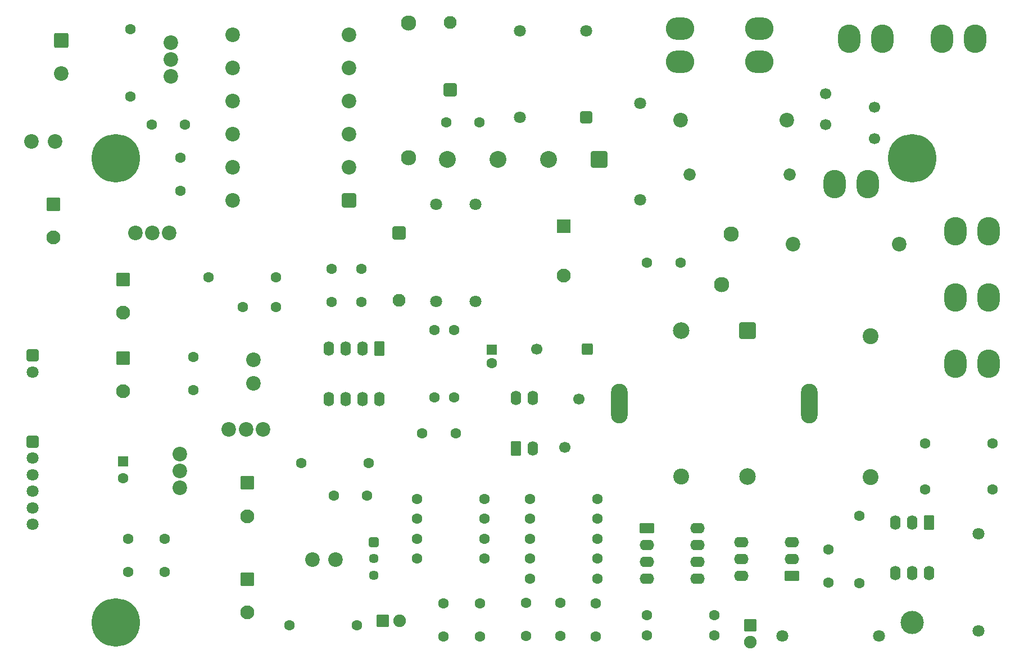
<source format=gbr>
%TF.GenerationSoftware,KiCad,Pcbnew,9.0.7*%
%TF.CreationDate,2026-02-04T14:48:23+09:00*%
%TF.ProjectId,POWER_BD_NV2,504f5745-525f-4424-945f-4e56322e6b69,rev?*%
%TF.SameCoordinates,Original*%
%TF.FileFunction,Soldermask,Bot*%
%TF.FilePolarity,Negative*%
%FSLAX46Y46*%
G04 Gerber Fmt 4.6, Leading zero omitted, Abs format (unit mm)*
G04 Created by KiCad (PCBNEW 9.0.7) date 2026-02-04 14:48:23*
%MOMM*%
%LPD*%
G01*
G04 APERTURE LIST*
G04 Aperture macros list*
%AMRoundRect*
0 Rectangle with rounded corners*
0 $1 Rounding radius*
0 $2 $3 $4 $5 $6 $7 $8 $9 X,Y pos of 4 corners*
0 Add a 4 corners polygon primitive as box body*
4,1,4,$2,$3,$4,$5,$6,$7,$8,$9,$2,$3,0*
0 Add four circle primitives for the rounded corners*
1,1,$1+$1,$2,$3*
1,1,$1+$1,$4,$5*
1,1,$1+$1,$6,$7*
1,1,$1+$1,$8,$9*
0 Add four rect primitives between the rounded corners*
20,1,$1+$1,$2,$3,$4,$5,0*
20,1,$1+$1,$4,$5,$6,$7,0*
20,1,$1+$1,$6,$7,$8,$9,0*
20,1,$1+$1,$8,$9,$2,$3,0*%
G04 Aperture macros list end*
%ADD10O,3.400000X4.300000*%
%ADD11RoundRect,0.250000X0.550000X-0.850000X0.550000X0.850000X-0.550000X0.850000X-0.550000X-0.850000X0*%
%ADD12O,1.600000X2.200000*%
%ADD13C,1.850000*%
%ADD14C,1.600000*%
%ADD15C,2.200000*%
%ADD16RoundRect,0.262500X-0.787500X0.787500X-0.787500X-0.787500X0.787500X-0.787500X0.787500X0.787500X0*%
%ADD17C,2.100000*%
%ADD18RoundRect,0.297872X0.962128X0.962128X-0.962128X0.962128X-0.962128X-0.962128X0.962128X-0.962128X0*%
%ADD19C,2.540000*%
%ADD20RoundRect,0.216000X-0.684000X0.684000X-0.684000X-0.684000X0.684000X-0.684000X0.684000X0.684000X0*%
%ADD21C,1.800000*%
%ADD22C,1.700000*%
%ADD23RoundRect,0.250000X-0.550000X0.550000X-0.550000X-0.550000X0.550000X-0.550000X0.550000X0.550000X0*%
%ADD24RoundRect,0.250000X-0.600000X-0.600000X0.600000X-0.600000X0.600000X0.600000X-0.600000X0.600000X0*%
%ADD25RoundRect,0.366667X0.733333X-0.733333X0.733333X0.733333X-0.733333X0.733333X-0.733333X-0.733333X0*%
%ADD26C,2.400000*%
%ADD27RoundRect,0.250000X-0.475000X0.475000X-0.475000X-0.475000X0.475000X-0.475000X0.475000X0.475000X0*%
%ADD28C,1.450000*%
%ADD29C,3.500000*%
%ADD30RoundRect,0.250000X-0.800000X0.800000X-0.800000X-0.800000X0.800000X-0.800000X0.800000X0.800000X0*%
%ADD31C,7.300000*%
%ADD32O,4.300000X3.400000*%
%ADD33RoundRect,0.250000X0.650000X-0.650000X0.650000X0.650000X-0.650000X0.650000X-0.650000X-0.650000X0*%
%ADD34C,2.300000*%
%ADD35C,1.950000*%
%ADD36RoundRect,0.243750X-0.731250X0.731250X-0.731250X-0.731250X0.731250X-0.731250X0.731250X0.731250X0*%
%ADD37RoundRect,0.260417X0.989583X0.989583X-0.989583X0.989583X-0.989583X-0.989583X0.989583X-0.989583X0*%
%ADD38C,2.500000*%
%ADD39O,2.500000X6.000000*%
%ADD40RoundRect,0.250000X-0.550000X0.850000X-0.550000X-0.850000X0.550000X-0.850000X0.550000X0.850000X0*%
%ADD41C,1.900000*%
%ADD42RoundRect,0.237500X0.712500X0.712500X-0.712500X0.712500X-0.712500X-0.712500X0.712500X-0.712500X0*%
%ADD43RoundRect,0.229167X-0.870833X0.870833X-0.870833X-0.870833X0.870833X-0.870833X0.870833X0.870833X0*%
%ADD44RoundRect,0.243750X0.731250X-0.731250X0.731250X0.731250X-0.731250X0.731250X-0.731250X-0.731250X0*%
%ADD45RoundRect,0.250000X-0.850000X-0.550000X0.850000X-0.550000X0.850000X0.550000X-0.850000X0.550000X0*%
%ADD46O,2.200000X1.600000*%
%ADD47RoundRect,0.250000X0.850000X0.550000X-0.850000X0.550000X-0.850000X-0.550000X0.850000X-0.550000X0*%
%ADD48RoundRect,0.237500X0.712500X-0.712500X0.712500X0.712500X-0.712500X0.712500X-0.712500X-0.712500X0*%
G04 APERTURE END LIST*
D10*
%TO.C,ACL2*%
X131500000Y93000000D03*
X126500000Y93000000D03*
%TD*%
%TO.C,ACN2*%
X145500000Y93000000D03*
X140500000Y93000000D03*
%TD*%
D11*
%TO.C,U3*%
X76330000Y31175000D03*
D12*
X78870000Y31175000D03*
X78870000Y38795000D03*
X76330000Y38795000D03*
%TD*%
D13*
%TO.C,C3*%
X102500000Y72500000D03*
X117500000Y72500000D03*
%TD*%
D14*
%TO.C,R2*%
X137920000Y25000000D03*
X148080000Y25000000D03*
%TD*%
D15*
%TO.C,L3*%
X49150000Y14400000D03*
X45650000Y14400000D03*
%TD*%
D14*
%TO.C,R23*%
X96020000Y6100000D03*
X106180000Y6100000D03*
%TD*%
%TO.C,C18*%
X53900000Y24100000D03*
X48900000Y24100000D03*
%TD*%
D15*
%TO.C,C33*%
X117100000Y80700000D03*
X101100000Y80700000D03*
%TD*%
%TO.C,U6*%
X25700000Y25260000D03*
X25700000Y27800000D03*
X25700000Y30340000D03*
%TD*%
D14*
%TO.C,C13*%
X82987500Y2900000D03*
X82987500Y7900000D03*
%TD*%
D16*
%TO.C,C21*%
X17100000Y56700000D03*
D17*
X17100000Y51700000D03*
%TD*%
D15*
%TO.C,D6*%
X18950000Y63700000D03*
X21500000Y63700000D03*
X24050000Y63700000D03*
%TD*%
D14*
%TO.C,C6*%
X48500000Y58300000D03*
X48500000Y53300000D03*
%TD*%
D18*
%TO.C,D1*%
X88830000Y74800000D03*
D19*
X81210000Y74800000D03*
X73590000Y74800000D03*
X65970000Y74800000D03*
%TD*%
D20*
%TO.C,J2*%
X3500000Y32250000D03*
D21*
X3500000Y29750000D03*
X3500000Y27250000D03*
X3500000Y24750000D03*
X3500000Y22250000D03*
X3500000Y19750000D03*
%TD*%
D14*
%TO.C,R20*%
X71580000Y17600000D03*
X61420000Y17600000D03*
%TD*%
%TO.C,C15*%
X70900000Y2825000D03*
X70900000Y7825000D03*
%TD*%
D22*
%TO.C,C2*%
X130285000Y77950000D03*
X122965000Y80050000D03*
%TD*%
D21*
%TO.C,R4*%
X64237500Y53400000D03*
X64237500Y68000000D03*
%TD*%
D23*
%TO.C,C10*%
X72700000Y46100000D03*
D14*
X72700000Y44100000D03*
%TD*%
%TO.C,R21*%
X96020000Y3000000D03*
X106180000Y3000000D03*
%TD*%
D22*
%TO.C,D4*%
X79390000Y46200000D03*
D24*
X87010000Y46200000D03*
%TD*%
D14*
%TO.C,C7*%
X65800000Y80400000D03*
X70800000Y80400000D03*
%TD*%
%TO.C,C16*%
X21400000Y80100000D03*
X26400000Y80100000D03*
%TD*%
D25*
%TO.C,T2*%
X51150000Y68600000D03*
D15*
X51150000Y73600000D03*
X51150000Y78600000D03*
X51150000Y83600000D03*
X51150000Y88600000D03*
X51150000Y93600000D03*
X33650000Y93600000D03*
X33650000Y88600000D03*
X33650000Y83600000D03*
X33650000Y78600000D03*
X33650000Y73600000D03*
X33650000Y68600000D03*
%TD*%
D26*
%TO.C,C31*%
X129700000Y26900000D03*
X129700000Y48100000D03*
%TD*%
D14*
%TO.C,R10*%
X78420000Y11600000D03*
X88580000Y11600000D03*
%TD*%
%TO.C,R11*%
X78420000Y17600000D03*
X88580000Y17600000D03*
%TD*%
D21*
%TO.C,R25*%
X146000000Y18300000D03*
X146000000Y3700000D03*
%TD*%
D15*
%TO.C,C32*%
X118000000Y62000000D03*
X134000000Y62000000D03*
%TD*%
%TO.C,L2*%
X36800000Y44550000D03*
X36800000Y41050000D03*
%TD*%
%TO.C,L1*%
X3350000Y77500000D03*
X6850000Y77500000D03*
%TD*%
D14*
%TO.C,C9*%
X62200000Y33500000D03*
X67200000Y33500000D03*
%TD*%
D21*
%TO.C,R3*%
X70200000Y53400000D03*
X70200000Y68000000D03*
%TD*%
D14*
%TO.C,R15*%
X30020000Y57000000D03*
X40180000Y57000000D03*
%TD*%
%TO.C,C28*%
X23400000Y12600000D03*
X23400000Y17600000D03*
%TD*%
D16*
%TO.C,C24*%
X17100000Y44800000D03*
D17*
X17100000Y39800000D03*
%TD*%
D14*
%TO.C,R19*%
X61420000Y20600000D03*
X71580000Y20600000D03*
%TD*%
D27*
%TO.C,VR1*%
X54875000Y17100000D03*
D28*
X54875000Y14600000D03*
X54875000Y12100000D03*
%TD*%
D29*
%TO.C,H4*%
X136000000Y5000000D03*
%TD*%
D14*
%TO.C,C30*%
X17900000Y12600000D03*
X17900000Y17600000D03*
%TD*%
D30*
%TO.C,C4*%
X83500000Y64750000D03*
D17*
X83500000Y57250000D03*
%TD*%
D14*
%TO.C,R12*%
X88580000Y20600000D03*
X78420000Y20600000D03*
%TD*%
%TO.C,C26*%
X25750000Y75100000D03*
X25750000Y70100000D03*
%TD*%
%TO.C,R7*%
X64000000Y49080000D03*
X64000000Y38920000D03*
%TD*%
%TO.C,R17*%
X71580000Y14600000D03*
X61420000Y14600000D03*
%TD*%
D15*
%TO.C,D5*%
X24300000Y92450000D03*
X24300000Y89900000D03*
X24300000Y87350000D03*
%TD*%
D14*
%TO.C,R22*%
X52380000Y4500000D03*
X42220000Y4500000D03*
%TD*%
D10*
%TO.C,FG1*%
X124300000Y71100000D03*
X129300000Y71100000D03*
%TD*%
D15*
%TO.C,D7*%
X33075000Y34100000D03*
X35625000Y34100000D03*
X38175000Y34100000D03*
%TD*%
D14*
%TO.C,C17*%
X40125000Y52500000D03*
X35125000Y52500000D03*
%TD*%
D31*
%TO.C,H2*%
X16000000Y75000000D03*
%TD*%
D32*
%TO.C,ACN1*%
X101000000Y89500000D03*
X101000000Y94500000D03*
%TD*%
D14*
%TO.C,R13*%
X88580000Y23600000D03*
X78420000Y23600000D03*
%TD*%
D23*
%TO.C,C29*%
X17100000Y29250000D03*
D14*
X17100000Y26750000D03*
%TD*%
%TO.C,R6*%
X128000000Y10920000D03*
X128000000Y21080000D03*
%TD*%
D31*
%TO.C,H3*%
X16000000Y5000000D03*
%TD*%
D14*
%TO.C,R16*%
X54080000Y29000000D03*
X43920000Y29000000D03*
%TD*%
D33*
%TO.C,LF1*%
X86900000Y81200000D03*
D21*
X86900000Y94200000D03*
X76900000Y94200000D03*
X76900000Y81200000D03*
%TD*%
D31*
%TO.C,H1*%
X136000000Y75000000D03*
%TD*%
D14*
%TO.C,R8*%
X67000000Y38920000D03*
X67000000Y49080000D03*
%TD*%
%TO.C,C27*%
X27700000Y40000000D03*
X27700000Y45000000D03*
%TD*%
D34*
%TO.C,RV1*%
X108750000Y63510000D03*
X107250000Y55890000D03*
%TD*%
D35*
%TO.C,D2*%
X66400000Y95480000D03*
D36*
X66400000Y85320000D03*
%TD*%
D22*
%TO.C,C1*%
X122955000Y84750000D03*
X130275000Y82650000D03*
%TD*%
D37*
%TO.C,T1*%
X111200000Y49000000D03*
D38*
X101200000Y49000000D03*
D26*
X101200000Y27000000D03*
D38*
X111200000Y27000000D03*
D39*
X91900000Y38000000D03*
X120500000Y38000000D03*
%TD*%
D14*
%TO.C,C8*%
X123400000Y15975000D03*
X123400000Y10975000D03*
%TD*%
D34*
%TO.C,R5*%
X60100000Y75040000D03*
X60100000Y95360000D03*
%TD*%
D32*
%TO.C,ACL1*%
X113000000Y89500000D03*
X113000000Y94500000D03*
%TD*%
D10*
%TO.C,A1*%
X142500000Y54000000D03*
X147500000Y54000000D03*
%TD*%
D40*
%TO.C,U2*%
X138540000Y20010000D03*
D12*
X136000000Y20010000D03*
X133460000Y20010000D03*
X133460000Y12390000D03*
X136000000Y12390000D03*
X138540000Y12390000D03*
%TD*%
D14*
%TO.C,R9*%
X78420000Y14600000D03*
X88580000Y14600000D03*
%TD*%
D10*
%TO.C,G1*%
X142500000Y44000000D03*
X147500000Y44000000D03*
%TD*%
D21*
%TO.C,R24*%
X116400000Y2900000D03*
X131000000Y2900000D03*
%TD*%
D10*
%TO.C,A2*%
X142500000Y64000000D03*
X147500000Y64000000D03*
%TD*%
D14*
%TO.C,F2*%
X101140000Y59200000D03*
X96060000Y59200000D03*
%TD*%
%TO.C,R14*%
X18200000Y94455000D03*
X18200000Y84295000D03*
%TD*%
D16*
%TO.C,C23*%
X6600000Y68000000D03*
D17*
X6600000Y63000000D03*
%TD*%
D41*
%TO.C,LED2*%
X58770000Y5200000D03*
D42*
X56230000Y5200000D03*
%TD*%
D43*
%TO.C,C20*%
X7800000Y92800000D03*
D15*
X7800000Y87800000D03*
%TD*%
D21*
%TO.C,R1*%
X95000000Y68700000D03*
X95000000Y83300000D03*
%TD*%
D35*
%TO.C,D3*%
X58725000Y53570000D03*
D44*
X58725000Y63730000D03*
%TD*%
D16*
%TO.C,C25*%
X35800000Y11500000D03*
D17*
X35800000Y6500000D03*
%TD*%
D45*
%TO.C,U4*%
X95990000Y19210000D03*
D46*
X95990000Y16670000D03*
X95990000Y14130000D03*
X95990000Y11590000D03*
X103610000Y11590000D03*
X103610000Y14130000D03*
X103610000Y16670000D03*
X103610000Y19210000D03*
%TD*%
D47*
%TO.C,U5*%
X117910000Y11960000D03*
D46*
X117910000Y14500000D03*
X117910000Y17040000D03*
X110290000Y17040000D03*
X110290000Y14500000D03*
X110290000Y11960000D03*
%TD*%
D14*
%TO.C,C11*%
X77800000Y2900000D03*
X77800000Y7900000D03*
%TD*%
%TO.C,C5*%
X53000000Y58300000D03*
X53000000Y53300000D03*
%TD*%
D20*
%TO.C,J3*%
X3500000Y45250000D03*
D21*
X3500000Y42750000D03*
%TD*%
D14*
%TO.C,R18*%
X71580000Y23600000D03*
X61420000Y23600000D03*
%TD*%
D40*
%TO.C,U1*%
X55710000Y46310000D03*
D12*
X53170000Y46310000D03*
X50630000Y46310000D03*
X48090000Y46310000D03*
X48090000Y38690000D03*
X50630000Y38690000D03*
X53170000Y38690000D03*
X55710000Y38690000D03*
%TD*%
D14*
%TO.C,C12*%
X88300000Y2825000D03*
X88300000Y7825000D03*
%TD*%
%TO.C,R26*%
X137920000Y32000000D03*
X148080000Y32000000D03*
%TD*%
D16*
%TO.C,C22*%
X35800000Y26000000D03*
D17*
X35800000Y21000000D03*
%TD*%
D14*
%TO.C,C19*%
X65400000Y2825000D03*
X65400000Y7825000D03*
%TD*%
D22*
%TO.C,C14*%
X85750000Y38660000D03*
X83650000Y31340000D03*
%TD*%
D41*
%TO.C,LED1*%
X111600000Y2030000D03*
D48*
X111600000Y4570000D03*
%TD*%
M02*

</source>
